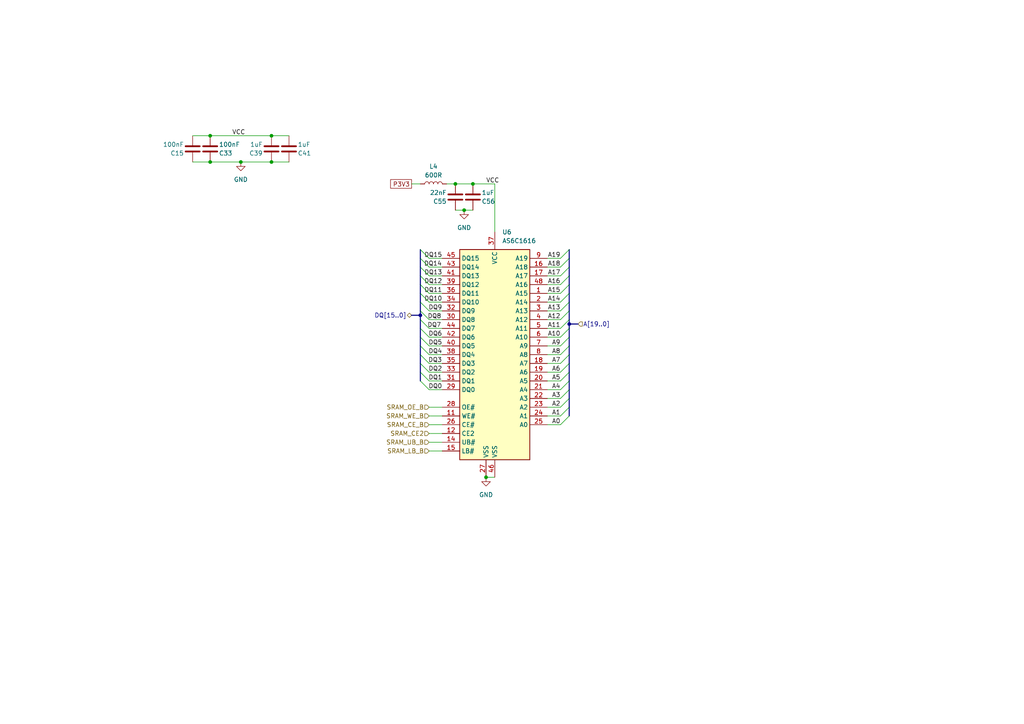
<source format=kicad_sch>
(kicad_sch
	(version 20250114)
	(generator "eeschema")
	(generator_version "9.0")
	(uuid "3f870cef-dfd8-4dcc-a8fc-13adefd93c96")
	(paper "A4")
	(lib_symbols
		(symbol "Device:C"
			(pin_numbers
				(hide yes)
			)
			(pin_names
				(offset 0.254)
			)
			(exclude_from_sim no)
			(in_bom yes)
			(on_board yes)
			(property "Reference" "C"
				(at 0.635 2.54 0)
				(effects
					(font
						(size 1.27 1.27)
					)
					(justify left)
				)
			)
			(property "Value" "C"
				(at 0.635 -2.54 0)
				(effects
					(font
						(size 1.27 1.27)
					)
					(justify left)
				)
			)
			(property "Footprint" ""
				(at 0.9652 -3.81 0)
				(effects
					(font
						(size 1.27 1.27)
					)
					(hide yes)
				)
			)
			(property "Datasheet" "~"
				(at 0 0 0)
				(effects
					(font
						(size 1.27 1.27)
					)
					(hide yes)
				)
			)
			(property "Description" "Unpolarized capacitor"
				(at 0 0 0)
				(effects
					(font
						(size 1.27 1.27)
					)
					(hide yes)
				)
			)
			(property "ki_keywords" "cap capacitor"
				(at 0 0 0)
				(effects
					(font
						(size 1.27 1.27)
					)
					(hide yes)
				)
			)
			(property "ki_fp_filters" "C_*"
				(at 0 0 0)
				(effects
					(font
						(size 1.27 1.27)
					)
					(hide yes)
				)
			)
			(symbol "C_0_1"
				(polyline
					(pts
						(xy -2.032 0.762) (xy 2.032 0.762)
					)
					(stroke
						(width 0.508)
						(type default)
					)
					(fill
						(type none)
					)
				)
				(polyline
					(pts
						(xy -2.032 -0.762) (xy 2.032 -0.762)
					)
					(stroke
						(width 0.508)
						(type default)
					)
					(fill
						(type none)
					)
				)
			)
			(symbol "C_1_1"
				(pin passive line
					(at 0 3.81 270)
					(length 2.794)
					(name "~"
						(effects
							(font
								(size 1.27 1.27)
							)
						)
					)
					(number "1"
						(effects
							(font
								(size 1.27 1.27)
							)
						)
					)
				)
				(pin passive line
					(at 0 -3.81 90)
					(length 2.794)
					(name "~"
						(effects
							(font
								(size 1.27 1.27)
							)
						)
					)
					(number "2"
						(effects
							(font
								(size 1.27 1.27)
							)
						)
					)
				)
			)
			(embedded_fonts no)
		)
		(symbol "Device:L"
			(pin_numbers
				(hide yes)
			)
			(pin_names
				(offset 1.016)
				(hide yes)
			)
			(exclude_from_sim no)
			(in_bom yes)
			(on_board yes)
			(property "Reference" "L"
				(at -1.27 0 90)
				(effects
					(font
						(size 1.27 1.27)
					)
				)
			)
			(property "Value" "L"
				(at 1.905 0 90)
				(effects
					(font
						(size 1.27 1.27)
					)
				)
			)
			(property "Footprint" ""
				(at 0 0 0)
				(effects
					(font
						(size 1.27 1.27)
					)
					(hide yes)
				)
			)
			(property "Datasheet" "~"
				(at 0 0 0)
				(effects
					(font
						(size 1.27 1.27)
					)
					(hide yes)
				)
			)
			(property "Description" "Inductor"
				(at 0 0 0)
				(effects
					(font
						(size 1.27 1.27)
					)
					(hide yes)
				)
			)
			(property "ki_keywords" "inductor choke coil reactor magnetic"
				(at 0 0 0)
				(effects
					(font
						(size 1.27 1.27)
					)
					(hide yes)
				)
			)
			(property "ki_fp_filters" "Choke_* *Coil* Inductor_* L_*"
				(at 0 0 0)
				(effects
					(font
						(size 1.27 1.27)
					)
					(hide yes)
				)
			)
			(symbol "L_0_1"
				(arc
					(start 0 2.54)
					(mid 0.6323 1.905)
					(end 0 1.27)
					(stroke
						(width 0)
						(type default)
					)
					(fill
						(type none)
					)
				)
				(arc
					(start 0 1.27)
					(mid 0.6323 0.635)
					(end 0 0)
					(stroke
						(width 0)
						(type default)
					)
					(fill
						(type none)
					)
				)
				(arc
					(start 0 0)
					(mid 0.6323 -0.635)
					(end 0 -1.27)
					(stroke
						(width 0)
						(type default)
					)
					(fill
						(type none)
					)
				)
				(arc
					(start 0 -1.27)
					(mid 0.6323 -1.905)
					(end 0 -2.54)
					(stroke
						(width 0)
						(type default)
					)
					(fill
						(type none)
					)
				)
			)
			(symbol "L_1_1"
				(pin passive line
					(at 0 3.81 270)
					(length 1.27)
					(name "1"
						(effects
							(font
								(size 1.27 1.27)
							)
						)
					)
					(number "1"
						(effects
							(font
								(size 1.27 1.27)
							)
						)
					)
				)
				(pin passive line
					(at 0 -3.81 90)
					(length 1.27)
					(name "2"
						(effects
							(font
								(size 1.27 1.27)
							)
						)
					)
					(number "2"
						(effects
							(font
								(size 1.27 1.27)
							)
						)
					)
				)
			)
			(embedded_fonts no)
		)
		(symbol "Memory_RAM:AS6C1616"
			(exclude_from_sim no)
			(in_bom yes)
			(on_board yes)
			(property "Reference" "U"
				(at -8.89 31.75 0)
				(effects
					(font
						(size 1.27 1.27)
					)
				)
			)
			(property "Value" "AS6C1616"
				(at 6.35 -31.75 0)
				(effects
					(font
						(size 1.27 1.27)
					)
				)
			)
			(property "Footprint" "Package_SO:TSOP-I-48_18.4x12mm_P0.5mm"
				(at 26.67 -34.29 0)
				(effects
					(font
						(size 1.27 1.27)
					)
					(hide yes)
				)
			)
			(property "Datasheet" "https://www.alliancememory.com/wp-content/uploads/pdf/AS6C1616-TSOPI.pdf"
				(at -7.62 11.43 0)
				(effects
					(font
						(size 1.27 1.27)
					)
					(hide yes)
				)
			)
			(property "Description" "1024k x 16 bit low power CMOS SRAM"
				(at 0 0 0)
				(effects
					(font
						(size 1.27 1.27)
					)
					(hide yes)
				)
			)
			(property "ki_keywords" "memory SRAM"
				(at 0 0 0)
				(effects
					(font
						(size 1.27 1.27)
					)
					(hide yes)
				)
			)
			(property "ki_fp_filters" "TSOP?I*18.4x12mm*P0.5mm*"
				(at 0 0 0)
				(effects
					(font
						(size 1.27 1.27)
					)
					(hide yes)
				)
			)
			(symbol "AS6C1616_0_1"
				(rectangle
					(start -10.16 30.48)
					(end 10.16 -30.48)
					(stroke
						(width 0.254)
						(type default)
					)
					(fill
						(type background)
					)
				)
			)
			(symbol "AS6C1616_1_1"
				(pin input line
					(at -15.24 27.94 0)
					(length 5.08)
					(name "DQ15"
						(effects
							(font
								(size 1.27 1.27)
							)
						)
					)
					(number "45"
						(effects
							(font
								(size 1.27 1.27)
							)
						)
					)
				)
				(pin bidirectional line
					(at -15.24 25.4 0)
					(length 5.08)
					(name "DQ14"
						(effects
							(font
								(size 1.27 1.27)
							)
						)
					)
					(number "43"
						(effects
							(font
								(size 1.27 1.27)
							)
						)
					)
				)
				(pin bidirectional line
					(at -15.24 22.86 0)
					(length 5.08)
					(name "DQ13"
						(effects
							(font
								(size 1.27 1.27)
							)
						)
					)
					(number "41"
						(effects
							(font
								(size 1.27 1.27)
							)
						)
					)
				)
				(pin bidirectional line
					(at -15.24 20.32 0)
					(length 5.08)
					(name "DQ12"
						(effects
							(font
								(size 1.27 1.27)
							)
						)
					)
					(number "39"
						(effects
							(font
								(size 1.27 1.27)
							)
						)
					)
				)
				(pin bidirectional line
					(at -15.24 17.78 0)
					(length 5.08)
					(name "DQ11"
						(effects
							(font
								(size 1.27 1.27)
							)
						)
					)
					(number "36"
						(effects
							(font
								(size 1.27 1.27)
							)
						)
					)
				)
				(pin bidirectional line
					(at -15.24 15.24 0)
					(length 5.08)
					(name "DQ10"
						(effects
							(font
								(size 1.27 1.27)
							)
						)
					)
					(number "34"
						(effects
							(font
								(size 1.27 1.27)
							)
						)
					)
				)
				(pin bidirectional line
					(at -15.24 12.7 0)
					(length 5.08)
					(name "DQ9"
						(effects
							(font
								(size 1.27 1.27)
							)
						)
					)
					(number "32"
						(effects
							(font
								(size 1.27 1.27)
							)
						)
					)
				)
				(pin bidirectional line
					(at -15.24 10.16 0)
					(length 5.08)
					(name "DQ8"
						(effects
							(font
								(size 1.27 1.27)
							)
						)
					)
					(number "30"
						(effects
							(font
								(size 1.27 1.27)
							)
						)
					)
				)
				(pin bidirectional line
					(at -15.24 7.62 0)
					(length 5.08)
					(name "DQ7"
						(effects
							(font
								(size 1.27 1.27)
							)
						)
					)
					(number "44"
						(effects
							(font
								(size 1.27 1.27)
							)
						)
					)
				)
				(pin bidirectional line
					(at -15.24 5.08 0)
					(length 5.08)
					(name "DQ6"
						(effects
							(font
								(size 1.27 1.27)
							)
						)
					)
					(number "42"
						(effects
							(font
								(size 1.27 1.27)
							)
						)
					)
				)
				(pin bidirectional line
					(at -15.24 2.54 0)
					(length 5.08)
					(name "DQ5"
						(effects
							(font
								(size 1.27 1.27)
							)
						)
					)
					(number "40"
						(effects
							(font
								(size 1.27 1.27)
							)
						)
					)
				)
				(pin bidirectional line
					(at -15.24 0 0)
					(length 5.08)
					(name "DQ4"
						(effects
							(font
								(size 1.27 1.27)
							)
						)
					)
					(number "38"
						(effects
							(font
								(size 1.27 1.27)
							)
						)
					)
				)
				(pin bidirectional line
					(at -15.24 -2.54 0)
					(length 5.08)
					(name "DQ3"
						(effects
							(font
								(size 1.27 1.27)
							)
						)
					)
					(number "35"
						(effects
							(font
								(size 1.27 1.27)
							)
						)
					)
				)
				(pin bidirectional line
					(at -15.24 -5.08 0)
					(length 5.08)
					(name "DQ2"
						(effects
							(font
								(size 1.27 1.27)
							)
						)
					)
					(number "33"
						(effects
							(font
								(size 1.27 1.27)
							)
						)
					)
				)
				(pin bidirectional line
					(at -15.24 -7.62 0)
					(length 5.08)
					(name "DQ1"
						(effects
							(font
								(size 1.27 1.27)
							)
						)
					)
					(number "31"
						(effects
							(font
								(size 1.27 1.27)
							)
						)
					)
				)
				(pin bidirectional line
					(at -15.24 -10.16 0)
					(length 5.08)
					(name "DQ0"
						(effects
							(font
								(size 1.27 1.27)
							)
						)
					)
					(number "29"
						(effects
							(font
								(size 1.27 1.27)
							)
						)
					)
				)
				(pin input line
					(at -15.24 -15.24 0)
					(length 5.08)
					(name "OE#"
						(effects
							(font
								(size 1.27 1.27)
							)
						)
					)
					(number "28"
						(effects
							(font
								(size 1.27 1.27)
							)
						)
					)
				)
				(pin input line
					(at -15.24 -17.78 0)
					(length 5.08)
					(name "WE#"
						(effects
							(font
								(size 1.27 1.27)
							)
						)
					)
					(number "11"
						(effects
							(font
								(size 1.27 1.27)
							)
						)
					)
				)
				(pin input line
					(at -15.24 -20.32 0)
					(length 5.08)
					(name "CE#"
						(effects
							(font
								(size 1.27 1.27)
							)
						)
					)
					(number "26"
						(effects
							(font
								(size 1.27 1.27)
							)
						)
					)
				)
				(pin input line
					(at -15.24 -22.86 0)
					(length 5.08)
					(name "CE2"
						(effects
							(font
								(size 1.27 1.27)
							)
						)
					)
					(number "12"
						(effects
							(font
								(size 1.27 1.27)
							)
						)
					)
				)
				(pin input line
					(at -15.24 -25.4 0)
					(length 5.08)
					(name "UB#"
						(effects
							(font
								(size 1.27 1.27)
							)
						)
					)
					(number "14"
						(effects
							(font
								(size 1.27 1.27)
							)
						)
					)
				)
				(pin input line
					(at -15.24 -27.94 0)
					(length 5.08)
					(name "LB#"
						(effects
							(font
								(size 1.27 1.27)
							)
						)
					)
					(number "15"
						(effects
							(font
								(size 1.27 1.27)
							)
						)
					)
				)
				(pin power_in line
					(at -2.54 -35.56 90)
					(length 5.08)
					(name "VSS"
						(effects
							(font
								(size 1.27 1.27)
							)
						)
					)
					(number "27"
						(effects
							(font
								(size 1.27 1.27)
							)
						)
					)
				)
				(pin power_in line
					(at 0 35.56 270)
					(length 5.08)
					(name "VCC"
						(effects
							(font
								(size 1.27 1.27)
							)
						)
					)
					(number "37"
						(effects
							(font
								(size 1.27 1.27)
							)
						)
					)
				)
				(pin power_in line
					(at 0 -35.56 90)
					(length 5.08)
					(name "VSS"
						(effects
							(font
								(size 1.27 1.27)
							)
						)
					)
					(number "46"
						(effects
							(font
								(size 1.27 1.27)
							)
						)
					)
				)
				(pin no_connect line
					(at 10.16 -22.86 180)
					(length 0)
					(hide yes)
					(name "NC"
						(effects
							(font
								(size 1.27 1.27)
							)
						)
					)
					(number "10"
						(effects
							(font
								(size 1.27 1.27)
							)
						)
					)
				)
				(pin no_connect line
					(at 10.16 -25.4 180)
					(length 0)
					(hide yes)
					(name "NC"
						(effects
							(font
								(size 1.27 1.27)
							)
						)
					)
					(number "13"
						(effects
							(font
								(size 1.27 1.27)
							)
						)
					)
				)
				(pin no_connect line
					(at 10.16 -27.94 180)
					(length 0)
					(hide yes)
					(name "NC"
						(effects
							(font
								(size 1.27 1.27)
							)
						)
					)
					(number "47"
						(effects
							(font
								(size 1.27 1.27)
							)
						)
					)
				)
				(pin input line
					(at 15.24 27.94 180)
					(length 5.08)
					(name "A19"
						(effects
							(font
								(size 1.27 1.27)
							)
						)
					)
					(number "9"
						(effects
							(font
								(size 1.27 1.27)
							)
						)
					)
				)
				(pin input line
					(at 15.24 25.4 180)
					(length 5.08)
					(name "A18"
						(effects
							(font
								(size 1.27 1.27)
							)
						)
					)
					(number "16"
						(effects
							(font
								(size 1.27 1.27)
							)
						)
					)
				)
				(pin input line
					(at 15.24 22.86 180)
					(length 5.08)
					(name "A17"
						(effects
							(font
								(size 1.27 1.27)
							)
						)
					)
					(number "17"
						(effects
							(font
								(size 1.27 1.27)
							)
						)
					)
				)
				(pin input line
					(at 15.24 20.32 180)
					(length 5.08)
					(name "A16"
						(effects
							(font
								(size 1.27 1.27)
							)
						)
					)
					(number "48"
						(effects
							(font
								(size 1.27 1.27)
							)
						)
					)
				)
				(pin input line
					(at 15.24 17.78 180)
					(length 5.08)
					(name "A15"
						(effects
							(font
								(size 1.27 1.27)
							)
						)
					)
					(number "1"
						(effects
							(font
								(size 1.27 1.27)
							)
						)
					)
				)
				(pin input line
					(at 15.24 15.24 180)
					(length 5.08)
					(name "A14"
						(effects
							(font
								(size 1.27 1.27)
							)
						)
					)
					(number "2"
						(effects
							(font
								(size 1.27 1.27)
							)
						)
					)
				)
				(pin input line
					(at 15.24 12.7 180)
					(length 5.08)
					(name "A13"
						(effects
							(font
								(size 1.27 1.27)
							)
						)
					)
					(number "3"
						(effects
							(font
								(size 1.27 1.27)
							)
						)
					)
				)
				(pin input line
					(at 15.24 10.16 180)
					(length 5.08)
					(name "A12"
						(effects
							(font
								(size 1.27 1.27)
							)
						)
					)
					(number "4"
						(effects
							(font
								(size 1.27 1.27)
							)
						)
					)
				)
				(pin input line
					(at 15.24 7.62 180)
					(length 5.08)
					(name "A11"
						(effects
							(font
								(size 1.27 1.27)
							)
						)
					)
					(number "5"
						(effects
							(font
								(size 1.27 1.27)
							)
						)
					)
				)
				(pin input line
					(at 15.24 5.08 180)
					(length 5.08)
					(name "A10"
						(effects
							(font
								(size 1.27 1.27)
							)
						)
					)
					(number "6"
						(effects
							(font
								(size 1.27 1.27)
							)
						)
					)
				)
				(pin input line
					(at 15.24 2.54 180)
					(length 5.08)
					(name "A9"
						(effects
							(font
								(size 1.27 1.27)
							)
						)
					)
					(number "7"
						(effects
							(font
								(size 1.27 1.27)
							)
						)
					)
				)
				(pin input line
					(at 15.24 0 180)
					(length 5.08)
					(name "A8"
						(effects
							(font
								(size 1.27 1.27)
							)
						)
					)
					(number "8"
						(effects
							(font
								(size 1.27 1.27)
							)
						)
					)
				)
				(pin input line
					(at 15.24 -2.54 180)
					(length 5.08)
					(name "A7"
						(effects
							(font
								(size 1.27 1.27)
							)
						)
					)
					(number "18"
						(effects
							(font
								(size 1.27 1.27)
							)
						)
					)
				)
				(pin input line
					(at 15.24 -5.08 180)
					(length 5.08)
					(name "A6"
						(effects
							(font
								(size 1.27 1.27)
							)
						)
					)
					(number "19"
						(effects
							(font
								(size 1.27 1.27)
							)
						)
					)
				)
				(pin input line
					(at 15.24 -7.62 180)
					(length 5.08)
					(name "A5"
						(effects
							(font
								(size 1.27 1.27)
							)
						)
					)
					(number "20"
						(effects
							(font
								(size 1.27 1.27)
							)
						)
					)
				)
				(pin input line
					(at 15.24 -10.16 180)
					(length 5.08)
					(name "A4"
						(effects
							(font
								(size 1.27 1.27)
							)
						)
					)
					(number "21"
						(effects
							(font
								(size 1.27 1.27)
							)
						)
					)
				)
				(pin input line
					(at 15.24 -12.7 180)
					(length 5.08)
					(name "A3"
						(effects
							(font
								(size 1.27 1.27)
							)
						)
					)
					(number "22"
						(effects
							(font
								(size 1.27 1.27)
							)
						)
					)
				)
				(pin input line
					(at 15.24 -15.24 180)
					(length 5.08)
					(name "A2"
						(effects
							(font
								(size 1.27 1.27)
							)
						)
					)
					(number "23"
						(effects
							(font
								(size 1.27 1.27)
							)
						)
					)
				)
				(pin input line
					(at 15.24 -17.78 180)
					(length 5.08)
					(name "A1"
						(effects
							(font
								(size 1.27 1.27)
							)
						)
					)
					(number "24"
						(effects
							(font
								(size 1.27 1.27)
							)
						)
					)
				)
				(pin input line
					(at 15.24 -20.32 180)
					(length 5.08)
					(name "A0"
						(effects
							(font
								(size 1.27 1.27)
							)
						)
					)
					(number "25"
						(effects
							(font
								(size 1.27 1.27)
							)
						)
					)
				)
			)
			(embedded_fonts no)
		)
		(symbol "power:GND"
			(power)
			(pin_numbers
				(hide yes)
			)
			(pin_names
				(offset 0)
				(hide yes)
			)
			(exclude_from_sim no)
			(in_bom yes)
			(on_board yes)
			(property "Reference" "#PWR"
				(at 0 -6.35 0)
				(effects
					(font
						(size 1.27 1.27)
					)
					(hide yes)
				)
			)
			(property "Value" "GND"
				(at 0 -3.81 0)
				(effects
					(font
						(size 1.27 1.27)
					)
				)
			)
			(property "Footprint" ""
				(at 0 0 0)
				(effects
					(font
						(size 1.27 1.27)
					)
					(hide yes)
				)
			)
			(property "Datasheet" ""
				(at 0 0 0)
				(effects
					(font
						(size 1.27 1.27)
					)
					(hide yes)
				)
			)
			(property "Description" "Power symbol creates a global label with name \"GND\" , ground"
				(at 0 0 0)
				(effects
					(font
						(size 1.27 1.27)
					)
					(hide yes)
				)
			)
			(property "ki_keywords" "global power"
				(at 0 0 0)
				(effects
					(font
						(size 1.27 1.27)
					)
					(hide yes)
				)
			)
			(symbol "GND_0_1"
				(polyline
					(pts
						(xy 0 0) (xy 0 -1.27) (xy 1.27 -1.27) (xy 0 -2.54) (xy -1.27 -1.27) (xy 0 -1.27)
					)
					(stroke
						(width 0)
						(type default)
					)
					(fill
						(type none)
					)
				)
			)
			(symbol "GND_1_1"
				(pin power_in line
					(at 0 0 270)
					(length 0)
					(name "~"
						(effects
							(font
								(size 1.27 1.27)
							)
						)
					)
					(number "1"
						(effects
							(font
								(size 1.27 1.27)
							)
						)
					)
				)
			)
			(embedded_fonts no)
		)
	)
	(junction
		(at 132.08 53.34)
		(diameter 0)
		(color 0 0 0 0)
		(uuid "0e4ceb2c-47ff-4fb4-b545-d531a5f775d5")
	)
	(junction
		(at 137.16 53.34)
		(diameter 0)
		(color 0 0 0 0)
		(uuid "33ce766e-1664-448b-b99b-1ea768ca6f38")
	)
	(junction
		(at 60.96 46.99)
		(diameter 0)
		(color 0 0 0 0)
		(uuid "60bd7c6b-191c-4659-8d6b-a5bc67018762")
	)
	(junction
		(at 78.74 39.37)
		(diameter 0)
		(color 0 0 0 0)
		(uuid "6f7c8e41-3434-4e1f-ad8a-0e93b666cec6")
	)
	(junction
		(at 140.97 138.43)
		(diameter 0)
		(color 0 0 0 0)
		(uuid "72c7fcc9-1bf4-444e-b184-ad306bc2d730")
	)
	(junction
		(at 69.85 46.99)
		(diameter 0)
		(color 0 0 0 0)
		(uuid "8ab80671-5433-400f-9263-777464801b49")
	)
	(junction
		(at 121.92 91.44)
		(diameter 0)
		(color 0 0 0 0)
		(uuid "a8692724-bba1-4ecf-badf-80a6f6adb76f")
	)
	(junction
		(at 165.1 93.98)
		(diameter 0)
		(color 0 0 0 0)
		(uuid "b2e09011-1c4b-4915-9f77-6588b3d3d6d3")
	)
	(junction
		(at 134.62 60.96)
		(diameter 0)
		(color 0 0 0 0)
		(uuid "d57144d3-6cdb-4832-baf4-008342fedfd3")
	)
	(junction
		(at 78.74 46.99)
		(diameter 0)
		(color 0 0 0 0)
		(uuid "f61c6284-aa06-4837-9cad-a437a70213cc")
	)
	(junction
		(at 60.96 39.37)
		(diameter 0)
		(color 0 0 0 0)
		(uuid "f9813da1-a79d-4b51-9fd6-d9573ffb51de")
	)
	(bus_entry
		(at 124.46 95.25)
		(size -2.54 -2.54)
		(stroke
			(width 0)
			(type default)
		)
		(uuid "0164baf4-9021-43dc-8046-9fc769493612")
	)
	(bus_entry
		(at 124.46 102.87)
		(size -2.54 -2.54)
		(stroke
			(width 0)
			(type default)
		)
		(uuid "03a54a2c-200e-4df1-b04f-adea40561d90")
	)
	(bus_entry
		(at 165.1 118.11)
		(size -2.54 2.54)
		(stroke
			(width 0)
			(type default)
		)
		(uuid "05dffe52-2dd7-4b7b-8a2e-4dffa38cd095")
	)
	(bus_entry
		(at 165.1 97.79)
		(size -2.54 2.54)
		(stroke
			(width 0)
			(type default)
		)
		(uuid "1854cfb4-f9b6-4c22-9a88-5b0b86f7c00a")
	)
	(bus_entry
		(at 165.1 74.93)
		(size -2.54 2.54)
		(stroke
			(width 0)
			(type default)
		)
		(uuid "191b378c-89fb-4348-91c8-36cc8260de1b")
	)
	(bus_entry
		(at 165.1 77.47)
		(size -2.54 2.54)
		(stroke
			(width 0)
			(type default)
		)
		(uuid "1ac03196-2a65-4f96-9cce-73680d49325a")
	)
	(bus_entry
		(at 165.1 85.09)
		(size -2.54 2.54)
		(stroke
			(width 0)
			(type default)
		)
		(uuid "2950279e-c0a1-48b9-88d5-2f099ef6c5d1")
	)
	(bus_entry
		(at 165.1 100.33)
		(size -2.54 2.54)
		(stroke
			(width 0)
			(type default)
		)
		(uuid "2f273321-e408-4a90-8115-41b5a63c257b")
	)
	(bus_entry
		(at 165.1 82.55)
		(size -2.54 2.54)
		(stroke
			(width 0)
			(type default)
		)
		(uuid "3e55c596-981b-437d-974c-aac4128640ce")
	)
	(bus_entry
		(at 165.1 113.03)
		(size -2.54 2.54)
		(stroke
			(width 0)
			(type default)
		)
		(uuid "44242440-a5ee-4aad-b4eb-997609d5916c")
	)
	(bus_entry
		(at 124.46 74.93)
		(size -2.54 -2.54)
		(stroke
			(width 0)
			(type default)
		)
		(uuid "493cd9cd-e0ac-46b4-996d-14ffb3c67adb")
	)
	(bus_entry
		(at 165.1 102.87)
		(size -2.54 2.54)
		(stroke
			(width 0)
			(type default)
		)
		(uuid "4c4b1a56-7179-4092-953d-99a52ed4c452")
	)
	(bus_entry
		(at 124.46 77.47)
		(size -2.54 -2.54)
		(stroke
			(width 0)
			(type default)
		)
		(uuid "4ff8d99d-e8f6-4e81-831e-d1209e7ea14b")
	)
	(bus_entry
		(at 124.46 100.33)
		(size -2.54 -2.54)
		(stroke
			(width 0)
			(type default)
		)
		(uuid "5529ef3b-14d1-4651-85c9-9e00bee509f8")
	)
	(bus_entry
		(at 124.46 87.63)
		(size -2.54 -2.54)
		(stroke
			(width 0)
			(type default)
		)
		(uuid "568accdb-9309-414b-af2a-862c7c1535c8")
	)
	(bus_entry
		(at 124.46 113.03)
		(size -2.54 -2.54)
		(stroke
			(width 0)
			(type default)
		)
		(uuid "61bc50ee-e6b9-4ae2-a6d7-b70b7415b44c")
	)
	(bus_entry
		(at 165.1 107.95)
		(size -2.54 2.54)
		(stroke
			(width 0)
			(type default)
		)
		(uuid "6aa9c354-b9ad-4092-837d-6f928f8ba3d2")
	)
	(bus_entry
		(at 165.1 92.71)
		(size -2.54 2.54)
		(stroke
			(width 0)
			(type default)
		)
		(uuid "6f197881-3952-4c74-8007-afc713a447b9")
	)
	(bus_entry
		(at 165.1 95.25)
		(size -2.54 2.54)
		(stroke
			(width 0)
			(type default)
		)
		(uuid "7ec33de6-9ffa-4f6c-ac7b-8f12cd80a0b7")
	)
	(bus_entry
		(at 165.1 80.01)
		(size -2.54 2.54)
		(stroke
			(width 0)
			(type default)
		)
		(uuid "956ea46b-af0e-4a05-9b54-49656509e323")
	)
	(bus_entry
		(at 124.46 110.49)
		(size -2.54 -2.54)
		(stroke
			(width 0)
			(type default)
		)
		(uuid "9c4089d9-d47f-44e1-a383-2bd030fd33ef")
	)
	(bus_entry
		(at 165.1 87.63)
		(size -2.54 2.54)
		(stroke
			(width 0)
			(type default)
		)
		(uuid "9de2e5f5-30c5-4e81-b76c-34dd57e0cebb")
	)
	(bus_entry
		(at 124.46 97.79)
		(size -2.54 -2.54)
		(stroke
			(width 0)
			(type default)
		)
		(uuid "a020c807-e720-4ca3-9115-012e1ec5f70f")
	)
	(bus_entry
		(at 165.1 72.39)
		(size -2.54 2.54)
		(stroke
			(width 0)
			(type default)
		)
		(uuid "a1cda47e-62c9-42a2-9058-ba9a6e0e3893")
	)
	(bus_entry
		(at 124.46 82.55)
		(size -2.54 -2.54)
		(stroke
			(width 0)
			(type default)
		)
		(uuid "b38e4873-c830-4cd3-9e21-ffb2d19edc3c")
	)
	(bus_entry
		(at 124.46 90.17)
		(size -2.54 -2.54)
		(stroke
			(width 0)
			(type default)
		)
		(uuid "b9a778eb-c234-44cb-a18e-8ec48d82dde9")
	)
	(bus_entry
		(at 124.46 80.01)
		(size -2.54 -2.54)
		(stroke
			(width 0)
			(type default)
		)
		(uuid "c0bb2d3d-a189-442c-886c-40fafe38d998")
	)
	(bus_entry
		(at 165.1 120.65)
		(size -2.54 2.54)
		(stroke
			(width 0)
			(type default)
		)
		(uuid "c202e4f9-5084-49ce-b559-8452297acdf6")
	)
	(bus_entry
		(at 165.1 110.49)
		(size -2.54 2.54)
		(stroke
			(width 0)
			(type default)
		)
		(uuid "c983044e-6905-4ccc-932c-81df8eaab63e")
	)
	(bus_entry
		(at 165.1 90.17)
		(size -2.54 2.54)
		(stroke
			(width 0)
			(type default)
		)
		(uuid "d61e746d-b71b-4e6c-acd4-a1ed702e7546")
	)
	(bus_entry
		(at 124.46 85.09)
		(size -2.54 -2.54)
		(stroke
			(width 0)
			(type default)
		)
		(uuid "d8fef632-ac95-4913-9867-d62e635041cb")
	)
	(bus_entry
		(at 124.46 92.71)
		(size -2.54 -2.54)
		(stroke
			(width 0)
			(type default)
		)
		(uuid "db3857f6-9f01-4b8d-89da-0b5418995201")
	)
	(bus_entry
		(at 124.46 107.95)
		(size -2.54 -2.54)
		(stroke
			(width 0)
			(type default)
		)
		(uuid "def0ea94-c7e0-4e58-b644-d30f883b2864")
	)
	(bus_entry
		(at 165.1 105.41)
		(size -2.54 2.54)
		(stroke
			(width 0)
			(type default)
		)
		(uuid "e03d5b50-6735-405e-9be4-db039fda0e5f")
	)
	(bus_entry
		(at 124.46 105.41)
		(size -2.54 -2.54)
		(stroke
			(width 0)
			(type default)
		)
		(uuid "eeb6dafe-e267-4702-8c2e-14449e32b15f")
	)
	(bus_entry
		(at 165.1 115.57)
		(size -2.54 2.54)
		(stroke
			(width 0)
			(type default)
		)
		(uuid "fd6cfe8b-43ce-4103-87f7-803c61e53a15")
	)
	(bus
		(pts
			(xy 165.1 87.63) (xy 165.1 90.17)
		)
		(stroke
			(width 0)
			(type default)
		)
		(uuid "02054add-feb1-4a75-8de7-268337bcad9a")
	)
	(bus
		(pts
			(xy 165.1 113.03) (xy 165.1 115.57)
		)
		(stroke
			(width 0)
			(type default)
		)
		(uuid "0414f84b-4912-4bdb-826f-c26a80a6dcaa")
	)
	(bus
		(pts
			(xy 165.1 100.33) (xy 165.1 102.87)
		)
		(stroke
			(width 0)
			(type default)
		)
		(uuid "04e3364c-c4c4-4ae4-ba02-a2304c03c369")
	)
	(wire
		(pts
			(xy 128.27 85.09) (xy 124.46 85.09)
		)
		(stroke
			(width 0)
			(type default)
		)
		(uuid "062e48c7-6c4f-47ac-93a5-870e30df8c5a")
	)
	(wire
		(pts
			(xy 143.51 53.34) (xy 143.51 67.31)
		)
		(stroke
			(width 0)
			(type default)
		)
		(uuid "0660df91-809f-45dd-b2cc-59d8f3a4ca4d")
	)
	(bus
		(pts
			(xy 121.92 72.39) (xy 121.92 74.93)
		)
		(stroke
			(width 0)
			(type default)
		)
		(uuid "06bd0479-69b1-412a-8dd6-97d5235d5db4")
	)
	(wire
		(pts
			(xy 162.56 123.19) (xy 158.75 123.19)
		)
		(stroke
			(width 0)
			(type default)
		)
		(uuid "07713f06-314e-436e-bb5f-45b462343387")
	)
	(wire
		(pts
			(xy 162.56 77.47) (xy 158.75 77.47)
		)
		(stroke
			(width 0)
			(type default)
		)
		(uuid "09d7cdb3-024b-4a14-b9fb-dfc933aa2fe3")
	)
	(bus
		(pts
			(xy 165.1 118.11) (xy 165.1 120.65)
		)
		(stroke
			(width 0)
			(type default)
		)
		(uuid "0b25d56f-ddc2-4efb-95d1-5bb6cdc148d4")
	)
	(bus
		(pts
			(xy 165.1 92.71) (xy 165.1 93.98)
		)
		(stroke
			(width 0)
			(type default)
		)
		(uuid "0c92c49b-ef0c-49b3-a191-29e7b57f42bb")
	)
	(bus
		(pts
			(xy 165.1 107.95) (xy 165.1 110.49)
		)
		(stroke
			(width 0)
			(type default)
		)
		(uuid "12cc8c66-09d7-4300-8cea-6d1302ef6ad8")
	)
	(bus
		(pts
			(xy 165.1 72.39) (xy 165.1 74.93)
		)
		(stroke
			(width 0)
			(type default)
		)
		(uuid "1486360a-3179-4fed-b2b1-4ee6390700e0")
	)
	(wire
		(pts
			(xy 119.38 53.34) (xy 121.92 53.34)
		)
		(stroke
			(width 0)
			(type default)
		)
		(uuid "157d9d94-c275-4b8b-a27f-f66f60cf06cc")
	)
	(bus
		(pts
			(xy 121.92 92.71) (xy 121.92 95.25)
		)
		(stroke
			(width 0)
			(type default)
		)
		(uuid "161a20b3-6794-40ed-865f-1f1a4066f696")
	)
	(wire
		(pts
			(xy 162.56 100.33) (xy 158.75 100.33)
		)
		(stroke
			(width 0)
			(type default)
		)
		(uuid "192d7f8e-f972-4498-aeb7-0fefa1f854ae")
	)
	(bus
		(pts
			(xy 121.92 90.17) (xy 121.92 91.44)
		)
		(stroke
			(width 0)
			(type default)
		)
		(uuid "1a14f0e8-3dbb-46b2-99bf-1a2acbcfa069")
	)
	(wire
		(pts
			(xy 128.27 82.55) (xy 124.46 82.55)
		)
		(stroke
			(width 0)
			(type default)
		)
		(uuid "1c362aa2-afc7-443f-8406-439f42814eb0")
	)
	(wire
		(pts
			(xy 162.56 107.95) (xy 158.75 107.95)
		)
		(stroke
			(width 0)
			(type default)
		)
		(uuid "1fd9fc0e-2a01-458f-b4ec-a93130928e60")
	)
	(wire
		(pts
			(xy 162.56 97.79) (xy 158.75 97.79)
		)
		(stroke
			(width 0)
			(type default)
		)
		(uuid "220e23eb-7a6e-467a-81df-210aac7404b5")
	)
	(wire
		(pts
			(xy 162.56 85.09) (xy 158.75 85.09)
		)
		(stroke
			(width 0)
			(type default)
		)
		(uuid "26b62d5f-1628-4a6a-9998-8e34e5daf57a")
	)
	(wire
		(pts
			(xy 124.46 120.65) (xy 128.27 120.65)
		)
		(stroke
			(width 0)
			(type default)
		)
		(uuid "2957d086-2387-45f4-b791-111d6ed154da")
	)
	(wire
		(pts
			(xy 128.27 87.63) (xy 124.46 87.63)
		)
		(stroke
			(width 0)
			(type default)
		)
		(uuid "29a5013e-3ab5-412a-aa72-cf3cad5ceef8")
	)
	(wire
		(pts
			(xy 162.56 95.25) (xy 158.75 95.25)
		)
		(stroke
			(width 0)
			(type default)
		)
		(uuid "2aa30176-70cf-4089-88a4-7f543b50ce71")
	)
	(bus
		(pts
			(xy 165.1 102.87) (xy 165.1 105.41)
		)
		(stroke
			(width 0)
			(type default)
		)
		(uuid "32e0168b-d082-459f-8866-2f93c9b4f446")
	)
	(wire
		(pts
			(xy 124.46 125.73) (xy 128.27 125.73)
		)
		(stroke
			(width 0)
			(type default)
		)
		(uuid "352fde34-4bc7-4f16-81b9-6c2c7fcfc5f7")
	)
	(wire
		(pts
			(xy 162.56 115.57) (xy 158.75 115.57)
		)
		(stroke
			(width 0)
			(type default)
		)
		(uuid "4270c4f3-22be-4f0a-8d53-8801396bffa2")
	)
	(wire
		(pts
			(xy 128.27 107.95) (xy 124.46 107.95)
		)
		(stroke
			(width 0)
			(type default)
		)
		(uuid "454ba34c-63ce-4cdb-8fb5-6349424c3212")
	)
	(wire
		(pts
			(xy 128.27 100.33) (xy 124.46 100.33)
		)
		(stroke
			(width 0)
			(type default)
		)
		(uuid "46535cdf-1c2a-4b2b-aa39-1d2132e2f458")
	)
	(wire
		(pts
			(xy 78.74 46.99) (xy 83.82 46.99)
		)
		(stroke
			(width 0)
			(type default)
		)
		(uuid "4823fa59-259c-4fe9-8214-be3cacd7e5c8")
	)
	(bus
		(pts
			(xy 165.1 77.47) (xy 165.1 80.01)
		)
		(stroke
			(width 0)
			(type default)
		)
		(uuid "486be09e-509d-40fe-8cc6-a1681e389366")
	)
	(wire
		(pts
			(xy 129.54 53.34) (xy 132.08 53.34)
		)
		(stroke
			(width 0)
			(type default)
		)
		(uuid "4a15e34a-e8c8-4be9-8f23-07861a147159")
	)
	(bus
		(pts
			(xy 165.1 93.98) (xy 165.1 95.25)
		)
		(stroke
			(width 0)
			(type default)
		)
		(uuid "4a1b7ae4-cbcd-45a0-ae92-90c585d9b121")
	)
	(bus
		(pts
			(xy 165.1 115.57) (xy 165.1 118.11)
		)
		(stroke
			(width 0)
			(type default)
		)
		(uuid "4a6d64e1-6968-42af-8e67-5499389c8048")
	)
	(bus
		(pts
			(xy 121.92 85.09) (xy 121.92 87.63)
		)
		(stroke
			(width 0)
			(type default)
		)
		(uuid "4e280943-1fa0-447c-a635-79d4a4130d9f")
	)
	(bus
		(pts
			(xy 121.92 95.25) (xy 121.92 97.79)
		)
		(stroke
			(width 0)
			(type default)
		)
		(uuid "5405e39f-a5e2-4c28-b677-91e8bbb3cf52")
	)
	(bus
		(pts
			(xy 121.92 105.41) (xy 121.92 107.95)
		)
		(stroke
			(width 0)
			(type default)
		)
		(uuid "56c4910d-2a41-4e05-bbf0-2095d94bf47e")
	)
	(wire
		(pts
			(xy 69.85 46.99) (xy 78.74 46.99)
		)
		(stroke
			(width 0)
			(type default)
		)
		(uuid "58024cae-9e31-4ca7-b2cf-66bf16282204")
	)
	(wire
		(pts
			(xy 162.56 82.55) (xy 158.75 82.55)
		)
		(stroke
			(width 0)
			(type default)
		)
		(uuid "594351ff-e9c9-4f28-a137-634a4be34e9e")
	)
	(bus
		(pts
			(xy 121.92 82.55) (xy 121.92 85.09)
		)
		(stroke
			(width 0)
			(type default)
		)
		(uuid "5983065a-3a48-4cfb-b770-4d8e6c828f06")
	)
	(wire
		(pts
			(xy 137.16 53.34) (xy 143.51 53.34)
		)
		(stroke
			(width 0)
			(type default)
		)
		(uuid "5a25c1c5-9327-47e7-a2e4-607a46a73f4b")
	)
	(bus
		(pts
			(xy 165.1 90.17) (xy 165.1 92.71)
		)
		(stroke
			(width 0)
			(type default)
		)
		(uuid "5b35f64a-5b9d-4169-ada7-af6dd48fbe24")
	)
	(bus
		(pts
			(xy 165.1 85.09) (xy 165.1 87.63)
		)
		(stroke
			(width 0)
			(type default)
		)
		(uuid "5f706679-6246-4d64-9367-0766aa26ebd7")
	)
	(wire
		(pts
			(xy 128.27 97.79) (xy 124.46 97.79)
		)
		(stroke
			(width 0)
			(type default)
		)
		(uuid "67583d81-2cb0-4142-bba3-708ac1b784fb")
	)
	(wire
		(pts
			(xy 128.27 92.71) (xy 124.46 92.71)
		)
		(stroke
			(width 0)
			(type default)
		)
		(uuid "6c18b601-6f11-42a9-865a-8914672fac90")
	)
	(bus
		(pts
			(xy 121.92 80.01) (xy 121.92 82.55)
		)
		(stroke
			(width 0)
			(type default)
		)
		(uuid "7376e440-39fd-476a-b0de-18c1d7ad57c8")
	)
	(wire
		(pts
			(xy 128.27 90.17) (xy 124.46 90.17)
		)
		(stroke
			(width 0)
			(type default)
		)
		(uuid "74ed6a29-4211-45b8-bcb6-82c60976c660")
	)
	(wire
		(pts
			(xy 124.46 130.81) (xy 128.27 130.81)
		)
		(stroke
			(width 0)
			(type default)
		)
		(uuid "7b962ffc-f6e2-465c-b9e8-7b6a42add0f7")
	)
	(bus
		(pts
			(xy 121.92 87.63) (xy 121.92 90.17)
		)
		(stroke
			(width 0)
			(type default)
		)
		(uuid "7f76ae30-ba86-463e-bdc3-7b791235bacf")
	)
	(wire
		(pts
			(xy 128.27 74.93) (xy 124.46 74.93)
		)
		(stroke
			(width 0)
			(type default)
		)
		(uuid "84f696be-aa29-4def-94b1-4f0ec3a42890")
	)
	(wire
		(pts
			(xy 128.27 113.03) (xy 124.46 113.03)
		)
		(stroke
			(width 0)
			(type default)
		)
		(uuid "86ebdd65-04e2-4208-a0c3-1362b57e6869")
	)
	(wire
		(pts
			(xy 55.88 39.37) (xy 60.96 39.37)
		)
		(stroke
			(width 0)
			(type default)
		)
		(uuid "8fbdb487-e6a3-46e3-9804-9658690bc253")
	)
	(bus
		(pts
			(xy 121.92 107.95) (xy 121.92 110.49)
		)
		(stroke
			(width 0)
			(type default)
		)
		(uuid "9035c4f9-656b-4c60-9987-81de09d0fbcc")
	)
	(wire
		(pts
			(xy 124.46 128.27) (xy 128.27 128.27)
		)
		(stroke
			(width 0)
			(type default)
		)
		(uuid "90ca2da5-b62a-4605-9751-2a38d04d41d9")
	)
	(wire
		(pts
			(xy 60.96 46.99) (xy 69.85 46.99)
		)
		(stroke
			(width 0)
			(type default)
		)
		(uuid "91b6b582-bee9-4f5c-98a4-7df4c4a880e4")
	)
	(wire
		(pts
			(xy 162.56 113.03) (xy 158.75 113.03)
		)
		(stroke
			(width 0)
			(type default)
		)
		(uuid "92194f4c-f42b-4c27-889e-491cd3c38044")
	)
	(bus
		(pts
			(xy 121.92 74.93) (xy 121.92 77.47)
		)
		(stroke
			(width 0)
			(type default)
		)
		(uuid "984bc515-47a2-4d0a-86f7-4c4f39ff27bc")
	)
	(wire
		(pts
			(xy 132.08 60.96) (xy 134.62 60.96)
		)
		(stroke
			(width 0)
			(type default)
		)
		(uuid "98b26039-ffc8-4cd7-af5f-a2a3a6713a6e")
	)
	(wire
		(pts
			(xy 162.56 80.01) (xy 158.75 80.01)
		)
		(stroke
			(width 0)
			(type default)
		)
		(uuid "9b14a4d1-24ef-4b0d-bf95-f8c060981dbd")
	)
	(bus
		(pts
			(xy 121.92 102.87) (xy 121.92 105.41)
		)
		(stroke
			(width 0)
			(type default)
		)
		(uuid "a330dfd9-7569-4c4d-8151-503cad4d3b4e")
	)
	(wire
		(pts
			(xy 128.27 95.25) (xy 124.46 95.25)
		)
		(stroke
			(width 0)
			(type default)
		)
		(uuid "aafe55b6-6e51-4db1-86ff-88acde63cb3d")
	)
	(wire
		(pts
			(xy 162.56 102.87) (xy 158.75 102.87)
		)
		(stroke
			(width 0)
			(type default)
		)
		(uuid "ab37d660-67be-443f-aa02-cda52222483d")
	)
	(wire
		(pts
			(xy 124.46 118.11) (xy 128.27 118.11)
		)
		(stroke
			(width 0)
			(type default)
		)
		(uuid "ad4f1b3d-02f8-4152-b1d2-777a9cfb49d6")
	)
	(bus
		(pts
			(xy 121.92 91.44) (xy 121.92 92.71)
		)
		(stroke
			(width 0)
			(type default)
		)
		(uuid "af80f1cc-6326-4852-a02b-e1e880e20aba")
	)
	(bus
		(pts
			(xy 165.1 105.41) (xy 165.1 107.95)
		)
		(stroke
			(width 0)
			(type default)
		)
		(uuid "b55b25ff-1fb6-4c85-a37d-ae6fb36dc3d5")
	)
	(wire
		(pts
			(xy 128.27 77.47) (xy 124.46 77.47)
		)
		(stroke
			(width 0)
			(type default)
		)
		(uuid "b75bdfd9-0be6-4cfd-b92c-4adc2aa380c3")
	)
	(wire
		(pts
			(xy 162.56 120.65) (xy 158.75 120.65)
		)
		(stroke
			(width 0)
			(type default)
		)
		(uuid "b79b6c04-fef1-4323-9eee-9f60e41107ef")
	)
	(wire
		(pts
			(xy 128.27 105.41) (xy 124.46 105.41)
		)
		(stroke
			(width 0)
			(type default)
		)
		(uuid "b935f1de-a9d9-4f27-bb37-557251b1bff7")
	)
	(wire
		(pts
			(xy 162.56 110.49) (xy 158.75 110.49)
		)
		(stroke
			(width 0)
			(type default)
		)
		(uuid "bd11e2e6-5a16-4ac3-9fd1-5ce6ec404b92")
	)
	(wire
		(pts
			(xy 55.88 46.99) (xy 60.96 46.99)
		)
		(stroke
			(width 0)
			(type default)
		)
		(uuid "be7d5380-07d2-4315-8395-ba7149bcce99")
	)
	(wire
		(pts
			(xy 132.08 53.34) (xy 137.16 53.34)
		)
		(stroke
			(width 0)
			(type default)
		)
		(uuid "bed47675-1564-4a85-ae55-2cb4cbd6c436")
	)
	(bus
		(pts
			(xy 165.1 74.93) (xy 165.1 77.47)
		)
		(stroke
			(width 0)
			(type default)
		)
		(uuid "c551b73d-be5d-4d7d-a068-17ca794c78dc")
	)
	(bus
		(pts
			(xy 121.92 77.47) (xy 121.92 80.01)
		)
		(stroke
			(width 0)
			(type default)
		)
		(uuid "c5694143-2334-445d-9043-dd438ce925e6")
	)
	(bus
		(pts
			(xy 121.92 91.44) (xy 119.38 91.44)
		)
		(stroke
			(width 0)
			(type default)
		)
		(uuid "c60dcd73-f645-4dc1-bacd-cac39ac66427")
	)
	(wire
		(pts
			(xy 140.97 138.43) (xy 143.51 138.43)
		)
		(stroke
			(width 0)
			(type default)
		)
		(uuid "ca7ba755-9c46-44cf-a35b-d6803e8b4162")
	)
	(wire
		(pts
			(xy 128.27 110.49) (xy 124.46 110.49)
		)
		(stroke
			(width 0)
			(type default)
		)
		(uuid "cc67d71d-c0a0-47bc-872a-e2efd86d0002")
	)
	(wire
		(pts
			(xy 162.56 87.63) (xy 158.75 87.63)
		)
		(stroke
			(width 0)
			(type default)
		)
		(uuid "ce97d4bb-459a-4e38-a733-0919e9a5508c")
	)
	(wire
		(pts
			(xy 134.62 60.96) (xy 137.16 60.96)
		)
		(stroke
			(width 0)
			(type default)
		)
		(uuid "d17bbc14-260e-4221-805b-d8bc330ae604")
	)
	(bus
		(pts
			(xy 167.64 93.98) (xy 165.1 93.98)
		)
		(stroke
			(width 0)
			(type default)
		)
		(uuid "d3de3da5-f332-496d-bcf2-9e9880402317")
	)
	(wire
		(pts
			(xy 128.27 102.87) (xy 124.46 102.87)
		)
		(stroke
			(width 0)
			(type default)
		)
		(uuid "d51c3e01-ab16-43fe-8c14-ce0eb30d0a55")
	)
	(wire
		(pts
			(xy 162.56 105.41) (xy 158.75 105.41)
		)
		(stroke
			(width 0)
			(type default)
		)
		(uuid "d9ac5755-dd62-4ef6-98e0-f13c019414cc")
	)
	(wire
		(pts
			(xy 162.56 74.93) (xy 158.75 74.93)
		)
		(stroke
			(width 0)
			(type default)
		)
		(uuid "db7fe5e8-cc99-4fe0-ba47-107af93e7080")
	)
	(wire
		(pts
			(xy 124.46 123.19) (xy 128.27 123.19)
		)
		(stroke
			(width 0)
			(type default)
		)
		(uuid "dbad17e9-db1a-41e1-aa12-b62362010dc0")
	)
	(wire
		(pts
			(xy 162.56 90.17) (xy 158.75 90.17)
		)
		(stroke
			(width 0)
			(type default)
		)
		(uuid "e126eb86-da8d-4a1f-9f9e-c749fe884b01")
	)
	(wire
		(pts
			(xy 60.96 39.37) (xy 78.74 39.37)
		)
		(stroke
			(width 0)
			(type default)
		)
		(uuid "e7f12733-4c7a-46c7-9c8c-461cb6d00bd8")
	)
	(wire
		(pts
			(xy 162.56 92.71) (xy 158.75 92.71)
		)
		(stroke
			(width 0)
			(type default)
		)
		(uuid "e87132cb-0b69-4c2c-bb36-0a2417f50668")
	)
	(wire
		(pts
			(xy 128.27 80.01) (xy 124.46 80.01)
		)
		(stroke
			(width 0)
			(type default)
		)
		(uuid "ee6d66e1-ec7c-4012-bf0a-95f7194134a5")
	)
	(bus
		(pts
			(xy 165.1 95.25) (xy 165.1 97.79)
		)
		(stroke
			(width 0)
			(type default)
		)
		(uuid "ee7f5e67-a0c3-4120-ad11-fc20c6b1b123")
	)
	(bus
		(pts
			(xy 121.92 97.79) (xy 121.92 100.33)
		)
		(stroke
			(width 0)
			(type default)
		)
		(uuid "ef1a2189-cf1c-4073-be87-7678218a8055")
	)
	(bus
		(pts
			(xy 121.92 100.33) (xy 121.92 102.87)
		)
		(stroke
			(width 0)
			(type default)
		)
		(uuid "efe70470-dfd2-4ab4-be2f-7941d309cb56")
	)
	(wire
		(pts
			(xy 162.56 118.11) (xy 158.75 118.11)
		)
		(stroke
			(width 0)
			(type default)
		)
		(uuid "f0061d7b-7e38-4537-8679-c6edbc862190")
	)
	(bus
		(pts
			(xy 165.1 110.49) (xy 165.1 113.03)
		)
		(stroke
			(width 0)
			(type default)
		)
		(uuid "f221b936-b207-471b-9787-b2878c0cc558")
	)
	(bus
		(pts
			(xy 165.1 97.79) (xy 165.1 100.33)
		)
		(stroke
			(width 0)
			(type default)
		)
		(uuid "f3883c58-2364-4364-9f31-ea6be73684e7")
	)
	(bus
		(pts
			(xy 165.1 80.01) (xy 165.1 82.55)
		)
		(stroke
			(width 0)
			(type default)
		)
		(uuid "f59fd980-8c9b-41c2-bce5-a011a657bd61")
	)
	(wire
		(pts
			(xy 78.74 39.37) (xy 83.82 39.37)
		)
		(stroke
			(width 0)
			(type default)
		)
		(uuid "f7ea1db2-a76b-49bb-95ad-f511853dfeea")
	)
	(bus
		(pts
			(xy 165.1 82.55) (xy 165.1 85.09)
		)
		(stroke
			(width 0)
			(type default)
		)
		(uuid "fd03afbe-04d7-45a1-8edf-3016f86f9528")
	)
	(label "DQ3"
		(at 128.211 105.41 180)
		(effects
			(font
				(size 1.27 1.27)
			)
			(justify right bottom)
		)
		(uuid "0adaac97-c25b-4bda-99ac-8e8940970b1d")
	)
	(label "A19"
		(at 162.56 74.93 180)
		(effects
			(font
				(size 1.27 1.27)
			)
			(justify right bottom)
		)
		(uuid "129f4011-77f9-4a1d-8e0f-0c85355a4df9")
	)
	(label "DQ1"
		(at 128.27 110.49 180)
		(effects
			(font
				(size 1.27 1.27)
			)
			(justify right bottom)
		)
		(uuid "13c3a3c0-2395-4823-8c40-79feda903b0a")
	)
	(label "DQ12"
		(at 128.27 82.55 180)
		(effects
			(font
				(size 1.27 1.27)
			)
			(justify right bottom)
		)
		(uuid "1532b94a-5c65-469a-834d-281275e8472c")
	)
	(label "DQ14"
		(at 128.1898 77.47 180)
		(effects
			(font
				(size 1.27 1.27)
			)
			(justify right bottom)
		)
		(uuid "1a86261f-7160-4603-943a-70da0d3b8d88")
	)
	(label "A13"
		(at 162.56 90.17 180)
		(effects
			(font
				(size 1.27 1.27)
			)
			(justify right bottom)
		)
		(uuid "279c99a9-5fc1-4657-a3c3-7e098f38e825")
	)
	(label "A4"
		(at 162.56 113.03 180)
		(effects
			(font
				(size 1.27 1.27)
			)
			(justify right bottom)
		)
		(uuid "2df48448-bc9d-4e9f-8726-cf7fd4bf0d8b")
	)
	(label "A14"
		(at 162.56 87.63 180)
		(effects
			(font
				(size 1.27 1.27)
			)
			(justify right bottom)
		)
		(uuid "2f840012-0f8c-401d-a542-b8a990ed1426")
	)
	(label "A7"
		(at 162.56 105.41 180)
		(effects
			(font
				(size 1.27 1.27)
			)
			(justify right bottom)
		)
		(uuid "3ea69f54-4ea3-4c4e-8ff1-299a330c2f97")
	)
	(label "DQ10"
		(at 128.27 87.63 180)
		(effects
			(font
				(size 1.27 1.27)
			)
			(justify right bottom)
		)
		(uuid "3f1adae8-9dff-427c-b2a5-956e5c3649fd")
	)
	(label "A1"
		(at 162.56 120.65 180)
		(effects
			(font
				(size 1.27 1.27)
			)
			(justify right bottom)
		)
		(uuid "4dae9127-e139-4e70-9ac3-32aad57d9be3")
	)
	(label "DQ13"
		(at 128.27 80.01 180)
		(effects
			(font
				(size 1.27 1.27)
			)
			(justify right bottom)
		)
		(uuid "4eac4b78-801d-43ab-8bd1-3d352a41bbd2")
	)
	(label "A18"
		(at 162.56 77.47 180)
		(effects
			(font
				(size 1.27 1.27)
			)
			(justify right bottom)
		)
		(uuid "6333655a-d750-4f7a-986b-ee8c6708e43d")
	)
	(label "DQ11"
		(at 128.27 85.09 180)
		(effects
			(font
				(size 1.27 1.27)
			)
			(justify right bottom)
		)
		(uuid "6a226352-97f6-4f9d-a413-9abc5c1eeb5d")
	)
	(label "DQ7"
		(at 127.9763 95.25 180)
		(effects
			(font
				(size 1.27 1.27)
			)
			(justify right bottom)
		)
		(uuid "6f5e5d04-a001-4919-ad97-05cf9266da7d")
	)
	(label "A12"
		(at 162.56 92.71 180)
		(effects
			(font
				(size 1.27 1.27)
			)
			(justify right bottom)
		)
		(uuid "6fde5d9f-f55d-4750-9ee0-f06b18e22551")
	)
	(label "DQ8"
		(at 128.0233 92.71 180)
		(effects
			(font
				(size 1.27 1.27)
			)
			(justify right bottom)
		)
		(uuid "73de04d6-1a0d-4855-acbd-cd77ba95e9b2")
	)
	(label "A0"
		(at 162.56 123.19 180)
		(effects
			(font
				(size 1.27 1.27)
			)
			(justify right bottom)
		)
		(uuid "75faaa90-a4a1-4669-b231-f282f15b27c7")
	)
	(label "DQ4"
		(at 128.27 102.87 180)
		(effects
			(font
				(size 1.27 1.27)
			)
			(justify right bottom)
		)
		(uuid "777219cd-873f-4ca5-9d8e-26ed1e152817")
	)
	(label "A10"
		(at 162.56 97.79 180)
		(effects
			(font
				(size 1.27 1.27)
			)
			(justify right bottom)
		)
		(uuid "7f9fc7f1-1ef1-47ee-8588-5698a174769a")
	)
	(label "A16"
		(at 162.56 82.55 180)
		(effects
			(font
				(size 1.27 1.27)
			)
			(justify right bottom)
		)
		(uuid "8405bc5f-b4dd-4752-8031-a0bf65b73ffc")
	)
	(label "DQ6"
		(at 128.27 97.79 180)
		(effects
			(font
				(size 1.27 1.27)
			)
			(justify right bottom)
		)
		(uuid "846cadff-eb2d-4b2c-ae2b-b00eb59e559f")
	)
	(label "A9"
		(at 162.56 100.33 180)
		(effects
			(font
				(size 1.27 1.27)
			)
			(justify right bottom)
		)
		(uuid "92720cdc-d086-464b-a4ad-78d0c6d26240")
	)
	(label "VCC"
		(at 140.97 53.34 0)
		(effects
			(font
				(size 1.27 1.27)
			)
			(justify left bottom)
		)
		(uuid "93871aae-fd8e-4509-8dd6-d55b03c9e2cd")
	)
	(label "A15"
		(at 162.56 85.09 180)
		(effects
			(font
				(size 1.27 1.27)
			)
			(justify right bottom)
		)
		(uuid "9d15ce14-bd6a-4824-adda-80d8d8d0ab4c")
	)
	(label "DQ15"
		(at 128.27 74.93 180)
		(effects
			(font
				(size 1.27 1.27)
			)
			(justify right bottom)
		)
		(uuid "a36f9827-1755-4a96-ad01-9be2214e6576")
	)
	(label "DQ5"
		(at 128.27 100.33 180)
		(effects
			(font
				(size 1.27 1.27)
			)
			(justify right bottom)
		)
		(uuid "a5a6208b-4165-445d-bcd4-1e9340d7ba9a")
	)
	(label "DQ9"
		(at 128.27 90.17 180)
		(effects
			(font
				(size 1.27 1.27)
			)
			(justify right bottom)
		)
		(uuid "a8b3f2d7-d411-4cf1-adc5-303726b0ed71")
	)
	(label "A2"
		(at 162.56 118.11 180)
		(effects
			(font
				(size 1.27 1.27)
			)
			(justify right bottom)
		)
		(uuid "b021fe1c-6634-4ae0-972c-d8252e614f4b")
	)
	(label "A8"
		(at 162.56 102.87 180)
		(effects
			(font
				(size 1.27 1.27)
			)
			(justify right bottom)
		)
		(uuid "b14d3289-768a-49cd-9761-d4dfbdcfb419")
	)
	(label "DQ2"
		(at 128.27 107.95 180)
		(effects
			(font
				(size 1.27 1.27)
			)
			(justify right bottom)
		)
		(uuid "b1cc38b9-a611-4d12-85d5-bbff0d5f50af")
	)
	(label "A17"
		(at 162.56 80.01 180)
		(effects
			(font
				(size 1.27 1.27)
			)
			(justify right bottom)
		)
		(uuid "b673eb42-ec03-4ee6-bd23-c9afa25b3042")
	)
	(label "A11"
		(at 162.56 95.25 180)
		(effects
			(font
				(size 1.27 1.27)
			)
			(justify right bottom)
		)
		(uuid "b9c61004-7910-4b22-982e-546760454fd5")
	)
	(label "VCC"
		(at 67.31 39.37 0)
		(effects
			(font
				(size 1.27 1.27)
			)
			(justify left bottom)
		)
		(uuid "c95b5e72-9db1-4372-ada2-f830538a85a8")
	)
	(label "A3"
		(at 162.56 115.57 180)
		(effects
			(font
				(size 1.27 1.27)
			)
			(justify right bottom)
		)
		(uuid "cb7693ef-2892-4fd8-a61f-1b89083851b6")
	)
	(label "A6"
		(at 162.56 107.95 180)
		(effects
			(font
				(size 1.27 1.27)
			)
			(justify right bottom)
		)
		(uuid "d9244bd1-859d-4982-95bf-4d3b75241b5d")
	)
	(label "A5"
		(at 162.56 110.49 180)
		(effects
			(font
				(size 1.27 1.27)
			)
			(justify right bottom)
		)
		(uuid "e2634ae4-2d86-4aeb-bdfa-6418cf23c214")
	)
	(label "DQ0"
		(at 128.27 113.03 180)
		(effects
			(font
				(size 1.27 1.27)
			)
			(justify right bottom)
		)
		(uuid "e5656f4d-79a9-4897-b9e4-a9daf7eeeaa5")
	)
	(global_label "P3V3"
		(shape passive)
		(at 119.38 53.34 180)
		(fields_autoplaced yes)
		(effects
			(font
				(size 1.27 1.27)
			)
			(justify right)
		)
		(uuid "ed0acb55-d8e7-4935-8e7a-0e188fe6c1b6")
		(property "Intersheetrefs" "${INTERSHEET_REFS}"
			(at 112.7285 53.34 0)
			(effects
				(font
					(size 1.27 1.27)
				)
				(justify right)
				(hide yes)
			)
		)
	)
	(hierarchical_label "SRAM_OE_B"
		(shape input)
		(at 124.46 118.11 180)
		(effects
			(font
				(size 1.27 1.27)
			)
			(justify right)
		)
		(uuid "00dc057f-bd2d-459c-9044-f8e7b0e8be00")
	)
	(hierarchical_label "DQ[15..0]"
		(shape bidirectional)
		(at 119.38 91.44 180)
		(effects
			(font
				(size 1.27 1.27)
			)
			(justify right)
		)
		(uuid "10f67daf-037b-42ca-8cac-f4f1af1ed215")
	)
	(hierarchical_label "SRAM_CE2"
		(shape input)
		(at 124.46 125.73 180)
		(effects
			(font
				(size 1.27 1.27)
			)
			(justify right)
		)
		(uuid "5ea4b2c7-bfde-4cda-8ecd-c4966c279d77")
	)
	(hierarchical_label "SRAM_LB_B"
		(shape input)
		(at 124.46 130.81 180)
		(effects
			(font
				(size 1.27 1.27)
			)
			(justify right)
		)
		(uuid "764ed9b9-1de8-4bbb-bc69-5cf4503fd480")
	)
	(hierarchical_label "SRAM_CE_B"
		(shape input)
		(at 124.46 123.19 180)
		(effects
			(font
				(size 1.27 1.27)
			)
			(justify right)
		)
		(uuid "82fe7e36-a71e-44fe-b768-ff2e0476ed47")
	)
	(hierarchical_label "SRAM_WE_B"
		(shape input)
		(at 124.46 120.65 180)
		(effects
			(font
				(size 1.27 1.27)
			)
			(justify right)
		)
		(uuid "96e65b1f-8027-4e24-bc6a-ac5b7ecc4d8d")
	)
	(hierarchical_label "A[19..0]"
		(shape input)
		(at 167.64 93.98 0)
		(effects
			(font
				(size 1.27 1.27)
			)
			(justify left)
		)
		(uuid "9f0831a4-3a35-4154-883e-f4d9246b9bcd")
	)
	(hierarchical_label "SRAM_UB_B"
		(shape input)
		(at 124.46 128.27 180)
		(effects
			(font
				(size 1.27 1.27)
			)
			(justify right)
		)
		(uuid "bcad8e20-9c44-4f3e-9d4b-fd76fe242e06")
	)
	(symbol
		(lib_id "power:GND")
		(at 140.97 138.43 0)
		(unit 1)
		(exclude_from_sim no)
		(in_bom yes)
		(on_board yes)
		(dnp no)
		(fields_autoplaced yes)
		(uuid "357450eb-8a7e-495d-b880-1abc6e82aaa7")
		(property "Reference" "#PWR030"
			(at 140.97 144.78 0)
			(effects
				(font
					(size 1.27 1.27)
				)
				(hide yes)
			)
		)
		(property "Value" "GND"
			(at 140.97 143.51 0)
			(effects
				(font
					(size 1.27 1.27)
				)
			)
		)
		(property "Footprint" ""
			(at 140.97 138.43 0)
			(effects
				(font
					(size 1.27 1.27)
				)
				(hide yes)
			)
		)
		(property "Datasheet" ""
			(at 140.97 138.43 0)
			(effects
				(font
					(size 1.27 1.27)
				)
				(hide yes)
			)
		)
		(property "Description" "Power symbol creates a global label with name \"GND\" , ground"
			(at 140.97 138.43 0)
			(effects
				(font
					(size 1.27 1.27)
				)
				(hide yes)
			)
		)
		(pin "1"
			(uuid "baad667a-5e53-4614-b01e-4dff34532af1")
		)
		(instances
			(project "sbc"
				(path "/9328a39f-e46f-4e23-a67b-f837d10a1254/ead0e1f6-3bed-4a4d-ba2e-bcbc99eccbe8/473a3989-8d64-4465-9744-9671bd8b9561"
					(reference "#PWR030")
					(unit 1)
				)
			)
		)
	)
	(symbol
		(lib_id "Device:C")
		(at 83.82 43.18 0)
		(unit 1)
		(exclude_from_sim no)
		(in_bom yes)
		(on_board yes)
		(dnp no)
		(uuid "56b2cb80-d580-46fd-844d-31500170d188")
		(property "Reference" "C41"
			(at 86.36 44.45 0)
			(effects
				(font
					(size 1.27 1.27)
				)
				(justify left)
			)
		)
		(property "Value" "1uF"
			(at 86.36 41.91 0)
			(effects
				(font
					(size 1.27 1.27)
				)
				(justify left)
			)
		)
		(property "Footprint" ""
			(at 84.7852 46.99 0)
			(effects
				(font
					(size 1.27 1.27)
				)
				(hide yes)
			)
		)
		(property "Datasheet" "~"
			(at 83.82 43.18 0)
			(effects
				(font
					(size 1.27 1.27)
				)
				(hide yes)
			)
		)
		(property "Description" "Unpolarized capacitor"
			(at 83.82 43.18 0)
			(effects
				(font
					(size 1.27 1.27)
				)
				(hide yes)
			)
		)
		(pin "1"
			(uuid "fa9ce3b4-9b35-4ad9-952e-e3f0ffcc00c9")
		)
		(pin "2"
			(uuid "3450e713-960d-4b92-b209-29abe3dcb921")
		)
		(instances
			(project "sbc"
				(path "/9328a39f-e46f-4e23-a67b-f837d10a1254/ead0e1f6-3bed-4a4d-ba2e-bcbc99eccbe8/473a3989-8d64-4465-9744-9671bd8b9561"
					(reference "C41")
					(unit 1)
				)
			)
		)
	)
	(symbol
		(lib_id "Device:C")
		(at 78.74 43.18 0)
		(unit 1)
		(exclude_from_sim no)
		(in_bom yes)
		(on_board yes)
		(dnp no)
		(uuid "5eff41d6-ffdd-4a46-9cd9-cf870b5aee75")
		(property "Reference" "C39"
			(at 76.2 44.45 0)
			(effects
				(font
					(size 1.27 1.27)
				)
				(justify right)
			)
		)
		(property "Value" "1uF"
			(at 76.2 41.91 0)
			(effects
				(font
					(size 1.27 1.27)
				)
				(justify right)
			)
		)
		(property "Footprint" ""
			(at 79.7052 46.99 0)
			(effects
				(font
					(size 1.27 1.27)
				)
				(hide yes)
			)
		)
		(property "Datasheet" "~"
			(at 78.74 43.18 0)
			(effects
				(font
					(size 1.27 1.27)
				)
				(hide yes)
			)
		)
		(property "Description" "Unpolarized capacitor"
			(at 78.74 43.18 0)
			(effects
				(font
					(size 1.27 1.27)
				)
				(hide yes)
			)
		)
		(pin "1"
			(uuid "66884b34-8f6b-4bd2-b432-b11c2232fa61")
		)
		(pin "2"
			(uuid "225b16da-aced-4321-a395-744286a109e0")
		)
		(instances
			(project "sbc"
				(path "/9328a39f-e46f-4e23-a67b-f837d10a1254/ead0e1f6-3bed-4a4d-ba2e-bcbc99eccbe8/473a3989-8d64-4465-9744-9671bd8b9561"
					(reference "C39")
					(unit 1)
				)
			)
		)
	)
	(symbol
		(lib_id "power:GND")
		(at 134.62 60.96 0)
		(unit 1)
		(exclude_from_sim no)
		(in_bom yes)
		(on_board yes)
		(dnp no)
		(fields_autoplaced yes)
		(uuid "807da819-c09d-428c-a25e-30802a297405")
		(property "Reference" "#PWR042"
			(at 134.62 67.31 0)
			(effects
				(font
					(size 1.27 1.27)
				)
				(hide yes)
			)
		)
		(property "Value" "GND"
			(at 134.62 66.04 0)
			(effects
				(font
					(size 1.27 1.27)
				)
			)
		)
		(property "Footprint" ""
			(at 134.62 60.96 0)
			(effects
				(font
					(size 1.27 1.27)
				)
				(hide yes)
			)
		)
		(property "Datasheet" ""
			(at 134.62 60.96 0)
			(effects
				(font
					(size 1.27 1.27)
				)
				(hide yes)
			)
		)
		(property "Description" "Power symbol creates a global label with name \"GND\" , ground"
			(at 134.62 60.96 0)
			(effects
				(font
					(size 1.27 1.27)
				)
				(hide yes)
			)
		)
		(pin "1"
			(uuid "d3aa3f98-262b-4ced-bc5c-74efac0b3044")
		)
		(instances
			(project "sbc"
				(path "/9328a39f-e46f-4e23-a67b-f837d10a1254/ead0e1f6-3bed-4a4d-ba2e-bcbc99eccbe8/473a3989-8d64-4465-9744-9671bd8b9561"
					(reference "#PWR042")
					(unit 1)
				)
			)
		)
	)
	(symbol
		(lib_id "Device:C")
		(at 60.96 43.18 0)
		(unit 1)
		(exclude_from_sim no)
		(in_bom yes)
		(on_board yes)
		(dnp no)
		(uuid "880df0e9-1b3c-4a4a-a0b5-20155c2ad9a6")
		(property "Reference" "C33"
			(at 63.5 44.45 0)
			(effects
				(font
					(size 1.27 1.27)
				)
				(justify left)
			)
		)
		(property "Value" "100nF"
			(at 63.5 41.91 0)
			(effects
				(font
					(size 1.27 1.27)
				)
				(justify left)
			)
		)
		(property "Footprint" ""
			(at 61.9252 46.99 0)
			(effects
				(font
					(size 1.27 1.27)
				)
				(hide yes)
			)
		)
		(property "Datasheet" "~"
			(at 60.96 43.18 0)
			(effects
				(font
					(size 1.27 1.27)
				)
				(hide yes)
			)
		)
		(property "Description" "Unpolarized capacitor"
			(at 60.96 43.18 0)
			(effects
				(font
					(size 1.27 1.27)
				)
				(hide yes)
			)
		)
		(pin "1"
			(uuid "75036844-2306-4cb9-b833-00ab171db562")
		)
		(pin "2"
			(uuid "407ee28f-4f20-4a49-8142-1b67966adb1d")
		)
		(instances
			(project "sbc"
				(path "/9328a39f-e46f-4e23-a67b-f837d10a1254/ead0e1f6-3bed-4a4d-ba2e-bcbc99eccbe8/473a3989-8d64-4465-9744-9671bd8b9561"
					(reference "C33")
					(unit 1)
				)
			)
		)
	)
	(symbol
		(lib_id "power:GND")
		(at 69.85 46.99 0)
		(unit 1)
		(exclude_from_sim no)
		(in_bom yes)
		(on_board yes)
		(dnp no)
		(fields_autoplaced yes)
		(uuid "8c27fce4-1872-4a44-a41f-b5c2fa650be8")
		(property "Reference" "#PWR031"
			(at 69.85 53.34 0)
			(effects
				(font
					(size 1.27 1.27)
				)
				(hide yes)
			)
		)
		(property "Value" "GND"
			(at 69.85 52.07 0)
			(effects
				(font
					(size 1.27 1.27)
				)
			)
		)
		(property "Footprint" ""
			(at 69.85 46.99 0)
			(effects
				(font
					(size 1.27 1.27)
				)
				(hide yes)
			)
		)
		(property "Datasheet" ""
			(at 69.85 46.99 0)
			(effects
				(font
					(size 1.27 1.27)
				)
				(hide yes)
			)
		)
		(property "Description" "Power symbol creates a global label with name \"GND\" , ground"
			(at 69.85 46.99 0)
			(effects
				(font
					(size 1.27 1.27)
				)
				(hide yes)
			)
		)
		(pin "1"
			(uuid "0b35db43-c71c-4d30-bae3-c51301898029")
		)
		(instances
			(project "sbc"
				(path "/9328a39f-e46f-4e23-a67b-f837d10a1254/ead0e1f6-3bed-4a4d-ba2e-bcbc99eccbe8/473a3989-8d64-4465-9744-9671bd8b9561"
					(reference "#PWR031")
					(unit 1)
				)
			)
		)
	)
	(symbol
		(lib_id "Device:C")
		(at 55.88 43.18 0)
		(unit 1)
		(exclude_from_sim no)
		(in_bom yes)
		(on_board yes)
		(dnp no)
		(uuid "8e0b7713-9ac0-4d99-b3f8-bfeebd13eae0")
		(property "Reference" "C15"
			(at 53.34 44.45 0)
			(effects
				(font
					(size 1.27 1.27)
				)
				(justify right)
			)
		)
		(property "Value" "100nF"
			(at 53.34 41.91 0)
			(effects
				(font
					(size 1.27 1.27)
				)
				(justify right)
			)
		)
		(property "Footprint" ""
			(at 56.8452 46.99 0)
			(effects
				(font
					(size 1.27 1.27)
				)
				(hide yes)
			)
		)
		(property "Datasheet" "~"
			(at 55.88 43.18 0)
			(effects
				(font
					(size 1.27 1.27)
				)
				(hide yes)
			)
		)
		(property "Description" "Unpolarized capacitor"
			(at 55.88 43.18 0)
			(effects
				(font
					(size 1.27 1.27)
				)
				(hide yes)
			)
		)
		(pin "1"
			(uuid "14950991-489b-4b2f-8d72-454f4dcfbe53")
		)
		(pin "2"
			(uuid "a403563b-c73a-4913-872e-84b67d68061a")
		)
		(instances
			(project "sbc"
				(path "/9328a39f-e46f-4e23-a67b-f837d10a1254/ead0e1f6-3bed-4a4d-ba2e-bcbc99eccbe8/473a3989-8d64-4465-9744-9671bd8b9561"
					(reference "C15")
					(unit 1)
				)
			)
		)
	)
	(symbol
		(lib_id "Device:C")
		(at 132.08 57.15 0)
		(unit 1)
		(exclude_from_sim no)
		(in_bom yes)
		(on_board yes)
		(dnp no)
		(uuid "98b9abbd-10ca-4ebf-98d4-1e682b124780")
		(property "Reference" "C55"
			(at 129.54 58.42 0)
			(effects
				(font
					(size 1.27 1.27)
				)
				(justify right)
			)
		)
		(property "Value" "22nF"
			(at 129.54 55.88 0)
			(effects
				(font
					(size 1.27 1.27)
				)
				(justify right)
			)
		)
		(property "Footprint" ""
			(at 133.0452 60.96 0)
			(effects
				(font
					(size 1.27 1.27)
				)
				(hide yes)
			)
		)
		(property "Datasheet" "~"
			(at 132.08 57.15 0)
			(effects
				(font
					(size 1.27 1.27)
				)
				(hide yes)
			)
		)
		(property "Description" "Unpolarized capacitor"
			(at 132.08 57.15 0)
			(effects
				(font
					(size 1.27 1.27)
				)
				(hide yes)
			)
		)
		(pin "1"
			(uuid "a35c151e-18cd-4383-aac1-d798d7bacae2")
		)
		(pin "2"
			(uuid "01218cb5-8e43-4849-8cb3-89536a42446c")
		)
		(instances
			(project "sbc"
				(path "/9328a39f-e46f-4e23-a67b-f837d10a1254/ead0e1f6-3bed-4a4d-ba2e-bcbc99eccbe8/473a3989-8d64-4465-9744-9671bd8b9561"
					(reference "C55")
					(unit 1)
				)
			)
		)
	)
	(symbol
		(lib_id "Memory_RAM:AS6C1616")
		(at 143.51 102.87 0)
		(unit 1)
		(exclude_from_sim no)
		(in_bom yes)
		(on_board yes)
		(dnp no)
		(fields_autoplaced yes)
		(uuid "d281e70a-2a9f-4369-9af6-ea800a7783da")
		(property "Reference" "U6"
			(at 145.6533 67.31 0)
			(effects
				(font
					(size 1.27 1.27)
				)
				(justify left)
			)
		)
		(property "Value" "AS6C1616"
			(at 145.6533 69.85 0)
			(effects
				(font
					(size 1.27 1.27)
				)
				(justify left)
			)
		)
		(property "Footprint" "Package_SO:TSOP-I-48_18.4x12mm_P0.5mm"
			(at 170.18 137.16 0)
			(effects
				(font
					(size 1.27 1.27)
				)
				(hide yes)
			)
		)
		(property "Datasheet" "https://www.alliancememory.com/wp-content/uploads/pdf/AS6C1616-TSOPI.pdf"
			(at 135.89 91.44 0)
			(effects
				(font
					(size 1.27 1.27)
				)
				(hide yes)
			)
		)
		(property "Description" "1024k x 16 bit low power CMOS SRAM"
			(at 143.51 102.87 0)
			(effects
				(font
					(size 1.27 1.27)
				)
				(hide yes)
			)
		)
		(pin "35"
			(uuid "3aabfb7e-b06a-4bea-8db8-59230dcb5fbf")
		)
		(pin "20"
			(uuid "e93c3678-4ba7-41b4-ba27-939d83fc1aff")
		)
		(pin "22"
			(uuid "ebacc076-f5ee-4756-9aad-2362dbb39a5f")
		)
		(pin "25"
			(uuid "ea4fc044-75d1-4c9f-8e7d-568f0684b63a")
		)
		(pin "46"
			(uuid "c62b1726-e5ce-4241-a2f6-999db019679e")
		)
		(pin "47"
			(uuid "0c82d3e3-820d-477d-ac18-4d8a8d9ca64a")
		)
		(pin "11"
			(uuid "0fd8a777-d28b-47fb-9554-d65279ff16d4")
		)
		(pin "3"
			(uuid "9c1b6d09-0fb4-423b-888b-171c866c5bf5")
		)
		(pin "2"
			(uuid "44a6ace4-8de1-48bd-a11d-57230b59633b")
		)
		(pin "17"
			(uuid "786f7d72-da35-473e-8c91-30037ae75b0c")
		)
		(pin "48"
			(uuid "e1077cbf-ccec-4d3f-a658-8919fbe4a655")
		)
		(pin "18"
			(uuid "4d8e48f2-39f9-42e7-a1c7-7ca8b7e10c58")
		)
		(pin "24"
			(uuid "89c75418-33bb-49d4-b763-9318181bf747")
		)
		(pin "45"
			(uuid "66f6d947-bae7-4a7d-a265-f5f7437683dd")
		)
		(pin "36"
			(uuid "0099fc1d-de1f-47fa-ba7c-44867f6dda46")
		)
		(pin "27"
			(uuid "b7d381b2-b5a1-4f09-94b6-cfea1a057613")
		)
		(pin "32"
			(uuid "04fa8033-0375-44ae-be5e-ff6c44f82f81")
		)
		(pin "26"
			(uuid "d37aa08c-dabd-4eed-9092-ab6e6f96d694")
		)
		(pin "37"
			(uuid "10e944a9-1af6-400f-8357-d43eaf90e1ae")
		)
		(pin "10"
			(uuid "aa20ffe9-ecdb-4b2b-852c-f3651158f44b")
		)
		(pin "1"
			(uuid "505467a2-2abd-4321-812c-8d998a1d0280")
		)
		(pin "6"
			(uuid "799a09fc-5ecf-44f4-b4fb-3e64e7365359")
		)
		(pin "42"
			(uuid "e7e0747d-04fb-46b4-8b84-e0a145be93ff")
		)
		(pin "15"
			(uuid "e3b78e65-d6f9-440d-ad78-c93dbb5702bc")
		)
		(pin "19"
			(uuid "e4239eb3-b9d2-4772-b54a-5ddf7247a931")
		)
		(pin "38"
			(uuid "1c268a7f-5c2c-41af-b5e2-c15fab82acc5")
		)
		(pin "34"
			(uuid "579f0423-4648-4986-82b3-554ae24e047b")
		)
		(pin "28"
			(uuid "79b25604-b256-4c2f-bdc9-0222bebc3b53")
		)
		(pin "8"
			(uuid "f0b9e6b9-3ec5-457b-be30-012fc1873748")
		)
		(pin "41"
			(uuid "b2feea49-5df1-4296-bb64-90591a681cdd")
		)
		(pin "31"
			(uuid "e3eddafa-801f-4d3b-80ff-f1b20867decd")
		)
		(pin "33"
			(uuid "975e4c4f-ffe2-498c-866b-01c7becd834a")
		)
		(pin "30"
			(uuid "e6cdd7a8-104d-48dd-a777-536ff945cf11")
		)
		(pin "29"
			(uuid "f4a1570e-e4e3-4b85-9444-e7f559490b3a")
		)
		(pin "13"
			(uuid "f71631be-ada5-4088-ba11-2c5f8cedfc97")
		)
		(pin "43"
			(uuid "4b72cabe-5421-4d60-b5c1-83fdfd8a2f31")
		)
		(pin "39"
			(uuid "a1361b27-6e7d-46cf-91b1-23abe0097083")
		)
		(pin "44"
			(uuid "773b6f6f-49bd-4e19-807e-1b03bab0f279")
		)
		(pin "14"
			(uuid "b203ccfe-f682-41b3-a3f6-8bf814a8e844")
		)
		(pin "40"
			(uuid "c4f2dc6b-28cd-4dc1-a3aa-fc0621ad4496")
		)
		(pin "12"
			(uuid "79d4c944-254e-4ee4-a19b-4a374a43a185")
		)
		(pin "16"
			(uuid "660b1a85-69d1-4e0b-ba4f-93e77b215a60")
		)
		(pin "9"
			(uuid "784c4f5e-a9ec-4d24-8a8a-279655109dce")
		)
		(pin "4"
			(uuid "4c6f15f1-8636-4363-9626-3900e84c012e")
		)
		(pin "5"
			(uuid "50eb8aab-40ed-4936-ab5b-10523c9b0ef0")
		)
		(pin "7"
			(uuid "dfa9e419-9e6d-495c-a183-12a631b389a0")
		)
		(pin "21"
			(uuid "0b955e11-6d52-4d11-ae28-034ed77f4906")
		)
		(pin "23"
			(uuid "0a9cc24f-4c9e-478c-98c2-0b55ecb6db0f")
		)
		(instances
			(project "sbc"
				(path "/9328a39f-e46f-4e23-a67b-f837d10a1254/ead0e1f6-3bed-4a4d-ba2e-bcbc99eccbe8/473a3989-8d64-4465-9744-9671bd8b9561"
					(reference "U6")
					(unit 1)
				)
			)
		)
	)
	(symbol
		(lib_id "Device:C")
		(at 137.16 57.15 0)
		(unit 1)
		(exclude_from_sim no)
		(in_bom yes)
		(on_board yes)
		(dnp no)
		(uuid "d2a79ba0-6df4-49af-b73f-581558734d13")
		(property "Reference" "C56"
			(at 139.7 58.42 0)
			(effects
				(font
					(size 1.27 1.27)
				)
				(justify left)
			)
		)
		(property "Value" "1uF"
			(at 139.7 55.88 0)
			(effects
				(font
					(size 1.27 1.27)
				)
				(justify left)
			)
		)
		(property "Footprint" ""
			(at 138.1252 60.96 0)
			(effects
				(font
					(size 1.27 1.27)
				)
				(hide yes)
			)
		)
		(property "Datasheet" "~"
			(at 137.16 57.15 0)
			(effects
				(font
					(size 1.27 1.27)
				)
				(hide yes)
			)
		)
		(property "Description" "Unpolarized capacitor"
			(at 137.16 57.15 0)
			(effects
				(font
					(size 1.27 1.27)
				)
				(hide yes)
			)
		)
		(pin "1"
			(uuid "f6ef9d10-e2e8-4e37-901e-a3e903e97c39")
		)
		(pin "2"
			(uuid "879f1150-00b4-4632-a84f-2317a2ab0a49")
		)
		(instances
			(project "sbc"
				(path "/9328a39f-e46f-4e23-a67b-f837d10a1254/ead0e1f6-3bed-4a4d-ba2e-bcbc99eccbe8/473a3989-8d64-4465-9744-9671bd8b9561"
					(reference "C56")
					(unit 1)
				)
			)
		)
	)
	(symbol
		(lib_id "Device:L")
		(at 125.73 53.34 90)
		(unit 1)
		(exclude_from_sim no)
		(in_bom yes)
		(on_board yes)
		(dnp no)
		(fields_autoplaced yes)
		(uuid "fa2e4a8d-58df-4785-83e5-cf85ecc0a31c")
		(property "Reference" "L4"
			(at 125.73 48.26 90)
			(effects
				(font
					(size 1.27 1.27)
				)
			)
		)
		(property "Value" "600R"
			(at 125.73 50.8 90)
			(effects
				(font
					(size 1.27 1.27)
				)
			)
		)
		(property "Footprint" ""
			(at 125.73 53.34 0)
			(effects
				(font
					(size 1.27 1.27)
				)
				(hide yes)
			)
		)
		(property "Datasheet" "~"
			(at 125.73 53.34 0)
			(effects
				(font
					(size 1.27 1.27)
				)
				(hide yes)
			)
		)
		(property "Description" "Inductor"
			(at 125.73 53.34 0)
			(effects
				(font
					(size 1.27 1.27)
				)
				(hide yes)
			)
		)
		(pin "1"
			(uuid "a00814fc-311c-4b3e-b0ee-0246af842c82")
		)
		(pin "2"
			(uuid "b4bc2616-e3f9-41d8-a5b5-881c885cbfec")
		)
		(instances
			(project "sbc"
				(path "/9328a39f-e46f-4e23-a67b-f837d10a1254/ead0e1f6-3bed-4a4d-ba2e-bcbc99eccbe8/473a3989-8d64-4465-9744-9671bd8b9561"
					(reference "L4")
					(unit 1)
				)
			)
		)
	)
)

</source>
